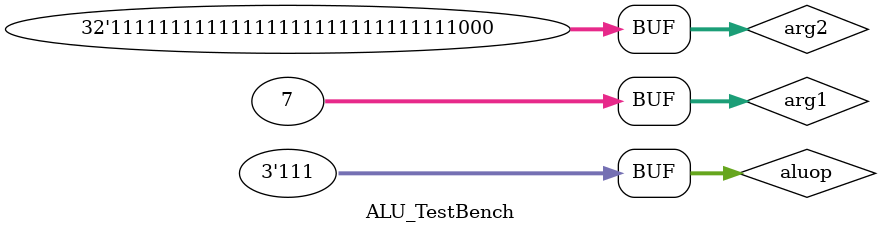
<source format=v>
`timescale 1ns / 1ps



// Revision:
// Revision 0.01 - File Created
// Additional Comments:
// 
////////////////////////////////////////////////////////////////////////////////

module ALU_TestBench;

	// Inputs
	reg [31:0] arg1;
	reg [31:0] arg2;
	reg [2:0] aluop;

	// Outputs
	wire [31:0] result;
	wire [4:0] PSRwrite;

	// Instantiate the Unit Under Test (UUT)
	ALU uut (
		.arg1(arg1), 
		.arg2(arg2), 
		.aluop(aluop), 
		.result(result), 
		.PSRwrite(PSRwrite)
	);

	initial begin
		// Initialize Inputs
		arg1 = 0;
		arg2 = 0;
		aluop = 0;

		// Wait 100 ns for global reset to finish
		#10;
        
		// Add stimulus here
		arg1 = 32'hffffffff;
		arg2 = 32'hffffffff;
		aluop = 3'b000;
		#10;
		arg1 = 32'h7fffffff;
		arg2 = 32'h7fffffff;
		#10;
		aluop = 3'b001;
		#10;
		aluop = 3'b111;
		#10
		arg1 = 32'd5;
		arg2 = 32'd5;
		#10;
		arg1 = 32'd6;
		arg2 = 32'd5;
		#10;
		arg1 = 32'hfffffff8;
		arg2 = 32'h00000007;
		#10
		arg2 = 32'hfffffff8;
		arg1 = 32'h00000007;

	end
      
endmodule


</source>
